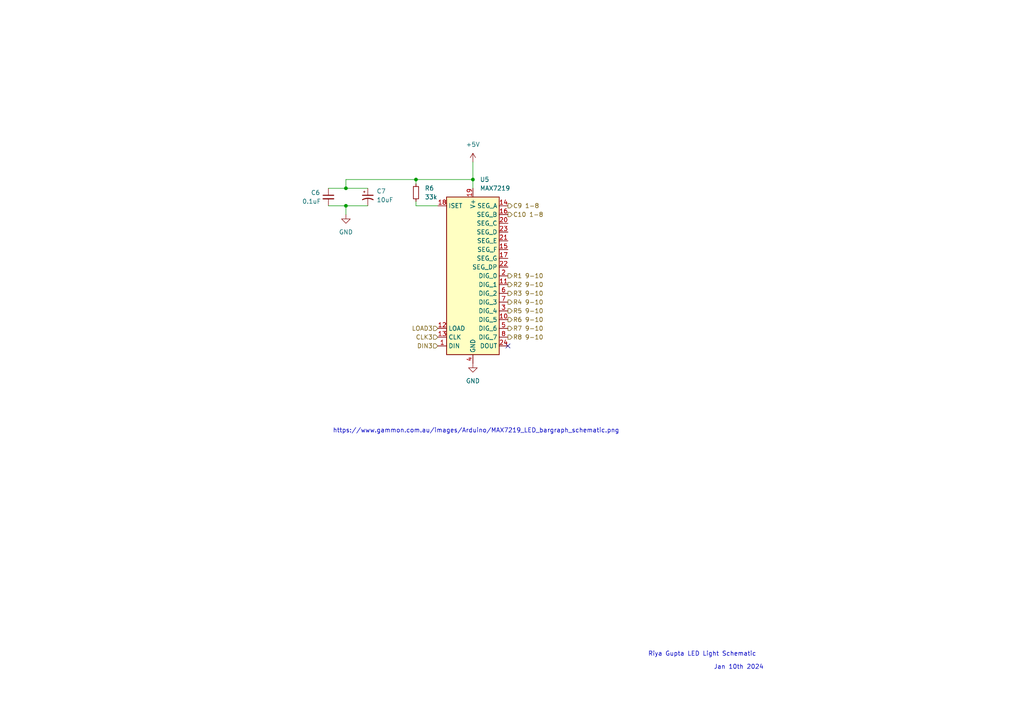
<source format=kicad_sch>
(kicad_sch (version 20211123) (generator eeschema)
  (paper "A4")
  (lib_symbols
    (symbol "Device:C_Polarized_Small_US" (pin_numbers hide) (pin_names (offset 0.254) hide)
      (property "Reference" "C" (at 0.254 1.778 0))
      (property "Value" "C_Polarized_Small_US" (at 0.254 -2.032 0))
      (symbol "C_Polarized_Small_US_0_1"
        (polyline (pts (xy -1.524 0.508) (xy 1.524 0.508)) (stroke (width 0.3048)))
        (polyline (pts (xy -1.27 1.524) (xy -0.762 1.524)))
        (polyline (pts (xy -1.016 1.27) (xy -1.016 1.778)))
        (arc (start 1.524 -0.762) (mid 0 -0.3734) (end -1.524 -0.762) (stroke (width 0.3048)))
      )
      (symbol "C_Polarized_Small_US_1_1"
        (pin passive line (at 0 2.54 270) (length 2.032) (name "~") (number "1"))
        (pin passive line (at 0 -2.54 90) (length 2.032) (name "~") (number "2"))
      )
    )
    (symbol "Device:C_Small" (pin_numbers hide) (pin_names (offset 0.254) hide)
      (property "Reference" "C" (at 0.254 1.778 0))
      (property "Value" "C_Small" (at 0.254 -2.032 0))
      (symbol "C_Small_0_1"
        (polyline (pts (xy -1.524 -0.508) (xy 1.524 -0.508)) (stroke (width 0.3302)))
        (polyline (pts (xy -1.524 0.508) (xy 1.524 0.508)) (stroke (width 0.3048)))
      )
      (symbol "C_Small_1_1"
        (pin passive line (at 0 2.54 270) (length 2.032) (name "~") (number "1"))
        (pin passive line (at 0 -2.54 90) (length 2.032) (name "~") (number "2"))
      )
    )
    (symbol "Device:R_Small" (pin_numbers hide) (pin_names (offset 0.254) hide)
      (property "Reference" "R" (at 0.762 0.508 0))
      (property "Value" "R_Small" (at 0.762 -1.016 0))
      (symbol "R_Small_0_1"
        (rectangle (start -0.762 1.778) (end 0.762 -1.778) (stroke (width 0.2032)))
      )
      (symbol "R_Small_1_1"
        (pin passive line (at 0 2.54 270) (length 0.762) (name "~") (number "1"))
        (pin passive line (at 0 -2.54 90) (length 0.762) (name "~") (number "2"))
      )
    )
    (symbol "Driver_LED:MAX7219"
      (property "Reference" "U" (at -6.35 24.13 0))
      (property "Value" "MAX7219" (at 1.27 25.4 0))
      (symbol "MAX7219_0_1"
        (rectangle (start -7.62 22.86) (end 7.62 -22.86) (stroke (width 0.254)) (fill (type background)))
      )
      (symbol "MAX7219_1_1"
        (pin input line (at -10.16 -20.32 0) (length 2.54) (name "DIN") (number "1"))
        (pin output line (at 10.16 -12.7 180) (length 2.54) (name "DIG_5") (number "10"))
        (pin output line (at 10.16 -2.54 180) (length 2.54) (name "DIG_1") (number "11"))
        (pin input line (at -10.16 -15.24 0) (length 2.54) (name "LOAD") (number "12"))
        (pin input line (at -10.16 -17.78 0) (length 2.54) (name "CLK") (number "13"))
        (pin output line (at 10.16 20.32 180) (length 2.54) (name "SEG_A") (number "14"))
        (pin output line (at 10.16 7.62 180) (length 2.54) (name "SEG_F") (number "15"))
        (pin output line (at 10.16 17.78 180) (length 2.54) (name "SEG_B") (number "16"))
        (pin output line (at 10.16 5.08 180) (length 2.54) (name "SEG_G") (number "17"))
        (pin input line (at -10.16 20.32 0) (length 2.54) (name "ISET") (number "18"))
        (pin power_in line (at 0 25.4 270) (length 2.54) (name "V+") (number "19"))
        (pin output line (at 10.16 0 180) (length 2.54) (name "DIG_0") (number "2"))
        (pin output line (at 10.16 15.24 180) (length 2.54) (name "SEG_C") (number "20"))
        (pin output line (at 10.16 10.16 180) (length 2.54) (name "SEG_E") (number "21"))
        (pin output line (at 10.16 2.54 180) (length 2.54) (name "SEG_DP") (number "22"))
        (pin output line (at 10.16 12.7 180) (length 2.54) (name "SEG_D") (number "23"))
        (pin output line (at 10.16 -20.32 180) (length 2.54) (name "DOUT") (number "24"))
        (pin output line (at 10.16 -10.16 180) (length 2.54) (name "DIG_4") (number "3"))
        (pin power_in line (at 0 -25.4 90) (length 2.54) (name "GND") (number "4"))
        (pin output line (at 10.16 -15.24 180) (length 2.54) (name "DIG_6") (number "5"))
        (pin output line (at 10.16 -5.08 180) (length 2.54) (name "DIG_2") (number "6"))
        (pin output line (at 10.16 -7.62 180) (length 2.54) (name "DIG_3") (number "7"))
        (pin output line (at 10.16 -17.78 180) (length 2.54) (name "DIG_7") (number "8"))
        (pin passive line (at 0 -25.4 90) (length 2.54) hide (name "GND") (number "9"))
      )
    )
    (symbol "power:+5V" (power) (pin_names (offset 0))
      (property "Value" "+5V" (at 0 3.556 0))
      (symbol "+5V_0_1"
        (polyline (pts (xy -0.762 1.27) (xy 0 2.54)))
        (polyline (pts (xy 0 0) (xy 0 2.54)))
        (polyline (pts (xy 0 2.54) (xy 0.762 1.27)))
      )
      (symbol "+5V_1_1"
        (pin power_in line (at 0 0 90) (length 0) hide (name "+5V") (number "1"))
      )
    )
    (symbol "power:GND" (power) (pin_names (offset 0))
      (property "Value" "GND" (at 0 -3.81 0))
      (symbol "GND_0_1"
        (polyline (pts (xy 0 0) (xy 0 -1.27) (xy 1.27 -1.27) (xy 0 -2.54) (xy -1.27 -1.27) (xy 0 -1.27)))
      )
      (symbol "GND_1_1"
        (pin power_in line (at 0 0 270) (length 0) hide (name "GND") (number "1"))
      )
    )
  )
  (junction (at 137.16 52.07))
  (junction (at 100.33 59.69))
  (junction (at 100.33 54.61))
  (junction (at 120.65 52.07))
  (no_connect (at 147.32 100.33))
  (wire (pts (xy 95.25 59.69) (xy 100.33 59.69)))
  (wire (pts (xy 100.33 52.07) (xy 100.33 54.61)))
  (wire (pts (xy 95.25 54.61) (xy 100.33 54.61)))
  (wire (pts (xy 120.65 58.42) (xy 120.65 59.69)))
  (wire (pts (xy 137.16 46.99) (xy 137.16 52.07)))
  (wire (pts (xy 120.65 52.07) (xy 137.16 52.07)))
  (wire (pts (xy 100.33 59.69) (xy 100.33 62.23)))
  (wire (pts (xy 120.65 53.34) (xy 120.65 52.07)))
  (wire (pts (xy 120.65 59.69) (xy 127 59.69)))
  (wire (pts (xy 137.16 52.07) (xy 137.16 54.61)))
  (wire (pts (xy 100.33 59.69) (xy 106.68 59.69)))
  (wire (pts (xy 100.33 54.61) (xy 106.68 54.61)))
  (wire (pts (xy 100.33 52.07) (xy 120.65 52.07)))
  (text "https://www.gammon.com.au/images/Arduino/MAX7219_LED_bargraph_schematic.png" (at 96.52 125.73 0) (effects (font (size 1.27 1.27)) (justify left bottom)))
  (text "Jan 10th 2024" (at 207.01 194.31 0) (effects (font (size 1.27 1.27)) (justify left bottom)))
  (text "Riya Gupta LED Light Schematic" (at 187.96 190.5 0) (effects (font (size 1.27 1.27)) (justify left bottom)))
  (hierarchical_label "R3 9-10" (shape output) (at 147.32 85.09 0))
  (hierarchical_label "C10 1-8" (shape output) (at 147.32 62.23 0))
  (hierarchical_label "R1 9-10" (shape output) (at 147.32 80.01 0))
  (hierarchical_label "DIN3" (shape input) (at 127 100.33 180))
  (hierarchical_label "R4 9-10" (shape output) (at 147.32 87.63 0))
  (hierarchical_label "R7 9-10" (shape output) (at 147.32 95.25 0))
  (hierarchical_label "R8 9-10" (shape output) (at 147.32 97.79 0))
  (hierarchical_label "R5 9-10" (shape output) (at 147.32 90.17 0))
  (hierarchical_label "LOAD3" (shape input) (at 127 95.25 180))
  (hierarchical_label "R2 9-10" (shape output) (at 147.32 82.55 0))
  (hierarchical_label "C9 1-8" (shape output) (at 147.32 59.69 0))
  (hierarchical_label "R6 9-10" (shape output) (at 147.32 92.71 0))
  (hierarchical_label "CLK3" (shape input) (at 127 97.79 180))
  (symbol (lib_id "power:GND") (at 100.33 62.23 0) (unit 1)
    (property "Reference" "#PWR?" (effects hide))
    (property "Value" "GND" (at 100.33 67.31 0))
  )
  (symbol (lib_id "power:+5V") (at 137.16 46.99 0) (unit 1)
    (property "Reference" "#PWR?" (effects hide))
    (property "Value" "+5V" (at 137.16 41.91 0))
  )
  (symbol (lib_id "Device:R_Small") (at 120.65 55.88 0) (unit 1)
    (property "Reference" "R6" (at 123.19 54.6099 0) (effects (justify left)))
    (property "Value" "33k" (at 123.19 57.1499 0) (effects (justify left)))
  )
  (symbol (lib_id "Device:C_Polarized_Small_US") (at 106.68 57.15 0) (unit 1)
    (property "Reference" "C7" (at 109.22 55.4481 0) (effects (justify left)))
    (property "Value" "10uF" (at 109.22 57.9881 0) (effects (justify left)))
  )
  (symbol (lib_id "Device:C_Small") (at 95.25 57.15 0) (unit 1)
    (property "Reference" "C6" (at 90.17 55.88 0) (effects (justify left)))
    (property "Value" "0.1uF" (at 87.63 58.42 0) (effects (justify left)))
  )
  (symbol (lib_id "power:GND") (at 137.16 105.41 0) (unit 1)
    (property "Reference" "#PWR?" (effects hide))
    (property "Value" "GND" (at 137.16 110.49 0))
  )
  (symbol (lib_id "Driver_LED:MAX7219") (at 137.16 80.01 0) (unit 1)
    (property "Reference" "U5" (at 139.1794 52.07 0) (effects (justify left)))
    (property "Value" "MAX7219" (at 139.1794 54.61 0) (effects (justify left)))
    (property "Datasheet" "https://datasheets.maximintegrated.com/en/ds/MAX7219-MAX7221.pdf" (effects hide))
  )
)
</source>
